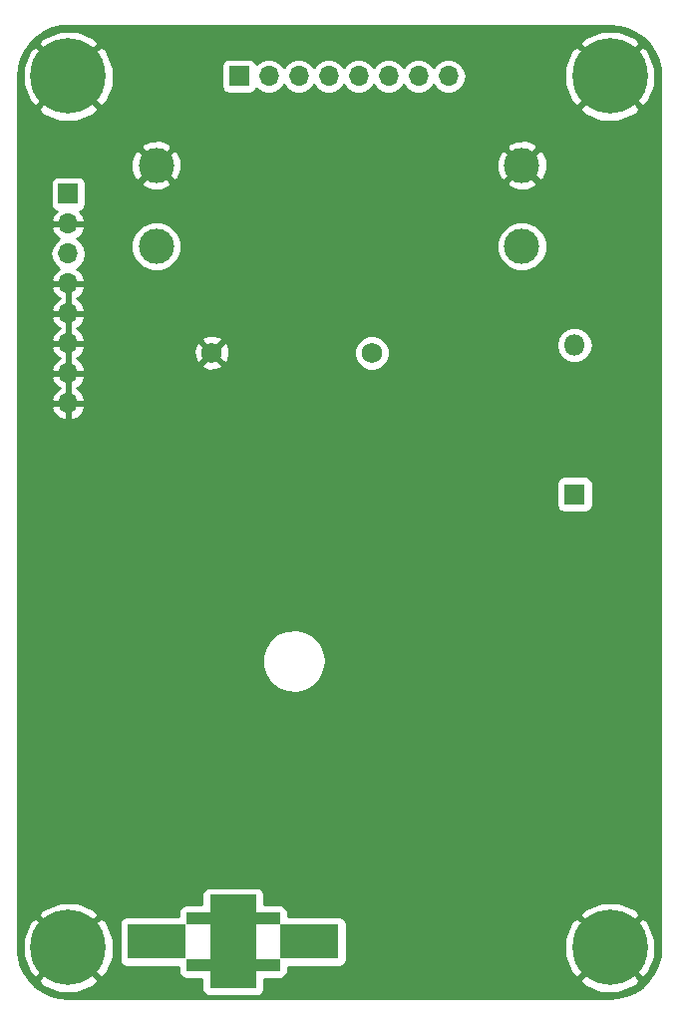
<source format=gbl>
%TF.GenerationSoftware,KiCad,Pcbnew,5.0.2+dfsg1-1*%
%TF.CreationDate,2022-04-10T03:47:20-07:00*%
%TF.ProjectId,keygame-batpack,6b657967-616d-4652-9d62-61747061636b,rev?*%
%TF.SameCoordinates,Original*%
%TF.FileFunction,Copper,L2,Bot*%
%TF.FilePolarity,Positive*%
%FSLAX46Y46*%
G04 Gerber Fmt 4.6, Leading zero omitted, Abs format (unit mm)*
G04 Created by KiCad (PCBNEW 5.0.2+dfsg1-1) date Sun 10 Apr 2022 03:47:20 AM PDT*
%MOMM*%
%LPD*%
G01*
G04 APERTURE LIST*
%ADD10C,0.800000*%
%ADD11C,6.400000*%
%ADD12R,1.700000X1.700000*%
%ADD13O,1.700000X1.700000*%
%ADD14C,1.755000*%
%ADD15R,1.800000X1.800000*%
%ADD16O,1.800000X1.800000*%
%ADD17C,3.000000*%
%ADD18R,4.000000X8.000000*%
%ADD19R,8.000000X1.000000*%
%ADD20R,5.000000X3.000000*%
%ADD21C,0.254000*%
G04 APERTURE END LIST*
D10*
X126137056Y-57962944D03*
X124440000Y-57260000D03*
X122742944Y-57962944D03*
X122040000Y-59660000D03*
X122742944Y-61357056D03*
X124440000Y-62060000D03*
X126137056Y-61357056D03*
X126840000Y-59660000D03*
D11*
X124440000Y-59660000D03*
X170440000Y-59660000D03*
D10*
X172840000Y-59660000D03*
X172137056Y-61357056D03*
X170440000Y-62060000D03*
X168742944Y-61357056D03*
X168040000Y-59660000D03*
X168742944Y-57962944D03*
X170440000Y-57260000D03*
X172137056Y-57962944D03*
X126137056Y-131962944D03*
X124440000Y-131260000D03*
X122742944Y-131962944D03*
X122040000Y-133660000D03*
X122742944Y-135357056D03*
X124440000Y-136060000D03*
X126137056Y-135357056D03*
X126840000Y-133660000D03*
D11*
X124440000Y-133660000D03*
X170440000Y-133660000D03*
D10*
X172840000Y-133660000D03*
X172137056Y-135357056D03*
X170440000Y-136060000D03*
X168742944Y-135357056D03*
X168040000Y-133660000D03*
X168742944Y-131962944D03*
X170440000Y-131260000D03*
X172137056Y-131962944D03*
D12*
X138940000Y-59660000D03*
D13*
X141480000Y-59660000D03*
X144020000Y-59660000D03*
X146560000Y-59660000D03*
X149100000Y-59660000D03*
X151640000Y-59660000D03*
X154180000Y-59660000D03*
X156720000Y-59660000D03*
D12*
X124440000Y-69660000D03*
D13*
X124440000Y-72200000D03*
X124440000Y-74740000D03*
X124440000Y-77280000D03*
X124440000Y-79820000D03*
X124440000Y-82360000D03*
X124440000Y-84900000D03*
X124440000Y-87440000D03*
D14*
X150210000Y-83140000D03*
X136620000Y-83140000D03*
D15*
X167440000Y-95160000D03*
D16*
X167440000Y-82460000D03*
D17*
X162970000Y-67220000D03*
X162970000Y-74100000D03*
X131910000Y-74100000D03*
X131910000Y-67220000D03*
D18*
X138440000Y-133160000D03*
D19*
X138440000Y-135160000D03*
X138440000Y-131160000D03*
D20*
X131940000Y-133160000D03*
X144940000Y-133160000D03*
D10*
X154700000Y-95410000D03*
D21*
G36*
X171199192Y-55440578D02*
X171934389Y-55641705D01*
X172622351Y-55969846D01*
X173241331Y-56414628D01*
X173771761Y-56961988D01*
X174196884Y-57594639D01*
X174503251Y-58292561D01*
X174682499Y-59039183D01*
X174730001Y-59686044D01*
X174730000Y-133628382D01*
X174659422Y-134419193D01*
X174458295Y-135154389D01*
X174130152Y-135842355D01*
X173685374Y-136461328D01*
X173138012Y-136991761D01*
X172505362Y-137416883D01*
X171807439Y-137723251D01*
X171060819Y-137902499D01*
X170413970Y-137950000D01*
X124471618Y-137950000D01*
X123680807Y-137879422D01*
X122945611Y-137678295D01*
X122257645Y-137350152D01*
X121638672Y-136905374D01*
X121149811Y-136400910D01*
X121878695Y-136400910D01*
X122245640Y-136896343D01*
X123651171Y-137489736D01*
X125176793Y-137500087D01*
X126590246Y-136925819D01*
X126634360Y-136896343D01*
X127001305Y-136400910D01*
X124440000Y-133839605D01*
X121878695Y-136400910D01*
X121149811Y-136400910D01*
X121108239Y-136358012D01*
X120683117Y-135725362D01*
X120376749Y-135027439D01*
X120225344Y-134396793D01*
X120599913Y-134396793D01*
X121174181Y-135810246D01*
X121203657Y-135854360D01*
X121699090Y-136221305D01*
X124260395Y-133660000D01*
X124619605Y-133660000D01*
X127180910Y-136221305D01*
X127676343Y-135854360D01*
X128269736Y-134448829D01*
X128280087Y-132923207D01*
X127766863Y-131660000D01*
X128792560Y-131660000D01*
X128792560Y-134660000D01*
X128841843Y-134907765D01*
X128982191Y-135117809D01*
X129192235Y-135258157D01*
X129440000Y-135307440D01*
X133792560Y-135307440D01*
X133792560Y-135660000D01*
X133841843Y-135907765D01*
X133982191Y-136117809D01*
X134192235Y-136258157D01*
X134440000Y-136307440D01*
X135792560Y-136307440D01*
X135792560Y-137160000D01*
X135841843Y-137407765D01*
X135982191Y-137617809D01*
X136192235Y-137758157D01*
X136440000Y-137807440D01*
X140440000Y-137807440D01*
X140687765Y-137758157D01*
X140897809Y-137617809D01*
X141038157Y-137407765D01*
X141087440Y-137160000D01*
X141087440Y-136400910D01*
X167878695Y-136400910D01*
X168245640Y-136896343D01*
X169651171Y-137489736D01*
X171176793Y-137500087D01*
X172590246Y-136925819D01*
X172634360Y-136896343D01*
X173001305Y-136400910D01*
X170440000Y-133839605D01*
X167878695Y-136400910D01*
X141087440Y-136400910D01*
X141087440Y-136307440D01*
X142440000Y-136307440D01*
X142687765Y-136258157D01*
X142897809Y-136117809D01*
X143038157Y-135907765D01*
X143087440Y-135660000D01*
X143087440Y-135307440D01*
X147440000Y-135307440D01*
X147687765Y-135258157D01*
X147897809Y-135117809D01*
X148038157Y-134907765D01*
X148087440Y-134660000D01*
X148087440Y-134396793D01*
X166599913Y-134396793D01*
X167174181Y-135810246D01*
X167203657Y-135854360D01*
X167699090Y-136221305D01*
X170260395Y-133660000D01*
X170619605Y-133660000D01*
X173180910Y-136221305D01*
X173676343Y-135854360D01*
X174269736Y-134448829D01*
X174280087Y-132923207D01*
X173705819Y-131509754D01*
X173676343Y-131465640D01*
X173180910Y-131098695D01*
X170619605Y-133660000D01*
X170260395Y-133660000D01*
X167699090Y-131098695D01*
X167203657Y-131465640D01*
X166610264Y-132871171D01*
X166599913Y-134396793D01*
X148087440Y-134396793D01*
X148087440Y-131660000D01*
X148038157Y-131412235D01*
X147897809Y-131202191D01*
X147687765Y-131061843D01*
X147440000Y-131012560D01*
X143087440Y-131012560D01*
X143087440Y-130919090D01*
X167878695Y-130919090D01*
X170440000Y-133480395D01*
X173001305Y-130919090D01*
X172634360Y-130423657D01*
X171228829Y-129830264D01*
X169703207Y-129819913D01*
X168289754Y-130394181D01*
X168245640Y-130423657D01*
X167878695Y-130919090D01*
X143087440Y-130919090D01*
X143087440Y-130660000D01*
X143038157Y-130412235D01*
X142897809Y-130202191D01*
X142687765Y-130061843D01*
X142440000Y-130012560D01*
X141087440Y-130012560D01*
X141087440Y-129160000D01*
X141038157Y-128912235D01*
X140897809Y-128702191D01*
X140687765Y-128561843D01*
X140440000Y-128512560D01*
X136440000Y-128512560D01*
X136192235Y-128561843D01*
X135982191Y-128702191D01*
X135841843Y-128912235D01*
X135792560Y-129160000D01*
X135792560Y-130012560D01*
X134440000Y-130012560D01*
X134192235Y-130061843D01*
X133982191Y-130202191D01*
X133841843Y-130412235D01*
X133792560Y-130660000D01*
X133792560Y-131012560D01*
X129440000Y-131012560D01*
X129192235Y-131061843D01*
X128982191Y-131202191D01*
X128841843Y-131412235D01*
X128792560Y-131660000D01*
X127766863Y-131660000D01*
X127705819Y-131509754D01*
X127676343Y-131465640D01*
X127180910Y-131098695D01*
X124619605Y-133660000D01*
X124260395Y-133660000D01*
X121699090Y-131098695D01*
X121203657Y-131465640D01*
X120610264Y-132871171D01*
X120599913Y-134396793D01*
X120225344Y-134396793D01*
X120197501Y-134280819D01*
X120150000Y-133633970D01*
X120150000Y-130919090D01*
X121878695Y-130919090D01*
X124440000Y-133480395D01*
X127001305Y-130919090D01*
X126634360Y-130423657D01*
X125228829Y-129830264D01*
X123703207Y-129819913D01*
X122289754Y-130394181D01*
X122245640Y-130423657D01*
X121878695Y-130919090D01*
X120150000Y-130919090D01*
X120150000Y-108928471D01*
X140909238Y-108928471D01*
X140915561Y-109733589D01*
X141158342Y-110501257D01*
X141616116Y-111163600D01*
X142248409Y-111662060D01*
X142999317Y-111952564D01*
X143802450Y-112009429D01*
X144586799Y-111827626D01*
X145283017Y-111423231D01*
X145829549Y-110831996D01*
X146178073Y-110106195D01*
X146297776Y-109310000D01*
X146297442Y-109267468D01*
X146165248Y-108473251D01*
X145805366Y-107753015D01*
X145249615Y-107170437D01*
X144547131Y-106777027D01*
X143760023Y-106607567D01*
X142957882Y-106677040D01*
X142211630Y-106979303D01*
X141587245Y-107487633D01*
X141139931Y-108157085D01*
X140909238Y-108928471D01*
X120150000Y-108928471D01*
X120150000Y-94260000D01*
X165892560Y-94260000D01*
X165892560Y-96060000D01*
X165941843Y-96307765D01*
X166082191Y-96517809D01*
X166292235Y-96658157D01*
X166540000Y-96707440D01*
X168340000Y-96707440D01*
X168587765Y-96658157D01*
X168797809Y-96517809D01*
X168938157Y-96307765D01*
X168987440Y-96060000D01*
X168987440Y-94260000D01*
X168938157Y-94012235D01*
X168797809Y-93802191D01*
X168587765Y-93661843D01*
X168340000Y-93612560D01*
X166540000Y-93612560D01*
X166292235Y-93661843D01*
X166082191Y-93802191D01*
X165941843Y-94012235D01*
X165892560Y-94260000D01*
X120150000Y-94260000D01*
X120150000Y-87796890D01*
X122998524Y-87796890D01*
X123168355Y-88206924D01*
X123558642Y-88635183D01*
X124083108Y-88881486D01*
X124313000Y-88760819D01*
X124313000Y-87567000D01*
X124567000Y-87567000D01*
X124567000Y-88760819D01*
X124796892Y-88881486D01*
X125321358Y-88635183D01*
X125711645Y-88206924D01*
X125881476Y-87796890D01*
X125760155Y-87567000D01*
X124567000Y-87567000D01*
X124313000Y-87567000D01*
X123119845Y-87567000D01*
X122998524Y-87796890D01*
X120150000Y-87796890D01*
X120150000Y-85256890D01*
X122998524Y-85256890D01*
X123168355Y-85666924D01*
X123558642Y-86095183D01*
X123717954Y-86170000D01*
X123558642Y-86244817D01*
X123168355Y-86673076D01*
X122998524Y-87083110D01*
X123119845Y-87313000D01*
X124313000Y-87313000D01*
X124313000Y-85027000D01*
X124567000Y-85027000D01*
X124567000Y-87313000D01*
X125760155Y-87313000D01*
X125881476Y-87083110D01*
X125711645Y-86673076D01*
X125321358Y-86244817D01*
X125162046Y-86170000D01*
X125321358Y-86095183D01*
X125711645Y-85666924D01*
X125881476Y-85256890D01*
X125760155Y-85027000D01*
X124567000Y-85027000D01*
X124313000Y-85027000D01*
X123119845Y-85027000D01*
X122998524Y-85256890D01*
X120150000Y-85256890D01*
X120150000Y-82716890D01*
X122998524Y-82716890D01*
X123168355Y-83126924D01*
X123558642Y-83555183D01*
X123717954Y-83630000D01*
X123558642Y-83704817D01*
X123168355Y-84133076D01*
X122998524Y-84543110D01*
X123119845Y-84773000D01*
X124313000Y-84773000D01*
X124313000Y-82487000D01*
X124567000Y-82487000D01*
X124567000Y-84773000D01*
X125760155Y-84773000D01*
X125881476Y-84543110D01*
X125740967Y-84203870D01*
X135735735Y-84203870D01*
X135819382Y-84458022D01*
X136384711Y-84664077D01*
X136985861Y-84638105D01*
X137420618Y-84458022D01*
X137504265Y-84203870D01*
X136620000Y-83319605D01*
X135735735Y-84203870D01*
X125740967Y-84203870D01*
X125711645Y-84133076D01*
X125321358Y-83704817D01*
X125162046Y-83630000D01*
X125321358Y-83555183D01*
X125711645Y-83126924D01*
X125803682Y-82904711D01*
X135095923Y-82904711D01*
X135121895Y-83505861D01*
X135301978Y-83940618D01*
X135556130Y-84024265D01*
X136440395Y-83140000D01*
X136799605Y-83140000D01*
X137683870Y-84024265D01*
X137938022Y-83940618D01*
X138144077Y-83375289D01*
X138120914Y-82839145D01*
X148697500Y-82839145D01*
X148697500Y-83440855D01*
X148927764Y-83996763D01*
X149353237Y-84422236D01*
X149909145Y-84652500D01*
X150510855Y-84652500D01*
X151066763Y-84422236D01*
X151492236Y-83996763D01*
X151722500Y-83440855D01*
X151722500Y-82839145D01*
X151565454Y-82460000D01*
X165874928Y-82460000D01*
X165994062Y-83058927D01*
X166333327Y-83566673D01*
X166841073Y-83905938D01*
X167288818Y-83995000D01*
X167591182Y-83995000D01*
X168038927Y-83905938D01*
X168546673Y-83566673D01*
X168885938Y-83058927D01*
X169005072Y-82460000D01*
X168885938Y-81861073D01*
X168546673Y-81353327D01*
X168038927Y-81014062D01*
X167591182Y-80925000D01*
X167288818Y-80925000D01*
X166841073Y-81014062D01*
X166333327Y-81353327D01*
X165994062Y-81861073D01*
X165874928Y-82460000D01*
X151565454Y-82460000D01*
X151492236Y-82283237D01*
X151066763Y-81857764D01*
X150510855Y-81627500D01*
X149909145Y-81627500D01*
X149353237Y-81857764D01*
X148927764Y-82283237D01*
X148697500Y-82839145D01*
X138120914Y-82839145D01*
X138118105Y-82774139D01*
X137938022Y-82339382D01*
X137683870Y-82255735D01*
X136799605Y-83140000D01*
X136440395Y-83140000D01*
X135556130Y-82255735D01*
X135301978Y-82339382D01*
X135095923Y-82904711D01*
X125803682Y-82904711D01*
X125881476Y-82716890D01*
X125760155Y-82487000D01*
X124567000Y-82487000D01*
X124313000Y-82487000D01*
X123119845Y-82487000D01*
X122998524Y-82716890D01*
X120150000Y-82716890D01*
X120150000Y-80176890D01*
X122998524Y-80176890D01*
X123168355Y-80586924D01*
X123558642Y-81015183D01*
X123717954Y-81090000D01*
X123558642Y-81164817D01*
X123168355Y-81593076D01*
X122998524Y-82003110D01*
X123119845Y-82233000D01*
X124313000Y-82233000D01*
X124313000Y-79947000D01*
X124567000Y-79947000D01*
X124567000Y-82233000D01*
X125760155Y-82233000D01*
X125842940Y-82076130D01*
X135735735Y-82076130D01*
X136620000Y-82960395D01*
X137504265Y-82076130D01*
X137420618Y-81821978D01*
X136855289Y-81615923D01*
X136254139Y-81641895D01*
X135819382Y-81821978D01*
X135735735Y-82076130D01*
X125842940Y-82076130D01*
X125881476Y-82003110D01*
X125711645Y-81593076D01*
X125321358Y-81164817D01*
X125162046Y-81090000D01*
X125321358Y-81015183D01*
X125711645Y-80586924D01*
X125881476Y-80176890D01*
X125760155Y-79947000D01*
X124567000Y-79947000D01*
X124313000Y-79947000D01*
X123119845Y-79947000D01*
X122998524Y-80176890D01*
X120150000Y-80176890D01*
X120150000Y-77636890D01*
X122998524Y-77636890D01*
X123168355Y-78046924D01*
X123558642Y-78475183D01*
X123717954Y-78550000D01*
X123558642Y-78624817D01*
X123168355Y-79053076D01*
X122998524Y-79463110D01*
X123119845Y-79693000D01*
X124313000Y-79693000D01*
X124313000Y-77407000D01*
X124567000Y-77407000D01*
X124567000Y-79693000D01*
X125760155Y-79693000D01*
X125881476Y-79463110D01*
X125711645Y-79053076D01*
X125321358Y-78624817D01*
X125162046Y-78550000D01*
X125321358Y-78475183D01*
X125711645Y-78046924D01*
X125881476Y-77636890D01*
X125760155Y-77407000D01*
X124567000Y-77407000D01*
X124313000Y-77407000D01*
X123119845Y-77407000D01*
X122998524Y-77636890D01*
X120150000Y-77636890D01*
X120150000Y-74740000D01*
X122925908Y-74740000D01*
X123041161Y-75319418D01*
X123369375Y-75810625D01*
X123688478Y-76023843D01*
X123558642Y-76084817D01*
X123168355Y-76513076D01*
X122998524Y-76923110D01*
X123119845Y-77153000D01*
X124313000Y-77153000D01*
X124313000Y-77133000D01*
X124567000Y-77133000D01*
X124567000Y-77153000D01*
X125760155Y-77153000D01*
X125881476Y-76923110D01*
X125711645Y-76513076D01*
X125321358Y-76084817D01*
X125191522Y-76023843D01*
X125510625Y-75810625D01*
X125838839Y-75319418D01*
X125954092Y-74740000D01*
X125838839Y-74160582D01*
X125514599Y-73675322D01*
X129775000Y-73675322D01*
X129775000Y-74524678D01*
X130100034Y-75309380D01*
X130700620Y-75909966D01*
X131485322Y-76235000D01*
X132334678Y-76235000D01*
X133119380Y-75909966D01*
X133719966Y-75309380D01*
X134045000Y-74524678D01*
X134045000Y-73675322D01*
X160835000Y-73675322D01*
X160835000Y-74524678D01*
X161160034Y-75309380D01*
X161760620Y-75909966D01*
X162545322Y-76235000D01*
X163394678Y-76235000D01*
X164179380Y-75909966D01*
X164779966Y-75309380D01*
X165105000Y-74524678D01*
X165105000Y-73675322D01*
X164779966Y-72890620D01*
X164179380Y-72290034D01*
X163394678Y-71965000D01*
X162545322Y-71965000D01*
X161760620Y-72290034D01*
X161160034Y-72890620D01*
X160835000Y-73675322D01*
X134045000Y-73675322D01*
X133719966Y-72890620D01*
X133119380Y-72290034D01*
X132334678Y-71965000D01*
X131485322Y-71965000D01*
X130700620Y-72290034D01*
X130100034Y-72890620D01*
X129775000Y-73675322D01*
X125514599Y-73675322D01*
X125510625Y-73669375D01*
X125191522Y-73456157D01*
X125321358Y-73395183D01*
X125711645Y-72966924D01*
X125881476Y-72556890D01*
X125760155Y-72327000D01*
X124567000Y-72327000D01*
X124567000Y-72347000D01*
X124313000Y-72347000D01*
X124313000Y-72327000D01*
X123119845Y-72327000D01*
X122998524Y-72556890D01*
X123168355Y-72966924D01*
X123558642Y-73395183D01*
X123688478Y-73456157D01*
X123369375Y-73669375D01*
X123041161Y-74160582D01*
X122925908Y-74740000D01*
X120150000Y-74740000D01*
X120150000Y-68810000D01*
X122942560Y-68810000D01*
X122942560Y-70510000D01*
X122991843Y-70757765D01*
X123132191Y-70967809D01*
X123342235Y-71108157D01*
X123445708Y-71128739D01*
X123168355Y-71433076D01*
X122998524Y-71843110D01*
X123119845Y-72073000D01*
X124313000Y-72073000D01*
X124313000Y-72053000D01*
X124567000Y-72053000D01*
X124567000Y-72073000D01*
X125760155Y-72073000D01*
X125881476Y-71843110D01*
X125711645Y-71433076D01*
X125434292Y-71128739D01*
X125537765Y-71108157D01*
X125747809Y-70967809D01*
X125888157Y-70757765D01*
X125937440Y-70510000D01*
X125937440Y-68810000D01*
X125922317Y-68733970D01*
X130575635Y-68733970D01*
X130735418Y-69052739D01*
X131526187Y-69362723D01*
X132375387Y-69346497D01*
X133084582Y-69052739D01*
X133244365Y-68733970D01*
X161635635Y-68733970D01*
X161795418Y-69052739D01*
X162586187Y-69362723D01*
X163435387Y-69346497D01*
X164144582Y-69052739D01*
X164304365Y-68733970D01*
X162970000Y-67399605D01*
X161635635Y-68733970D01*
X133244365Y-68733970D01*
X131910000Y-67399605D01*
X130575635Y-68733970D01*
X125922317Y-68733970D01*
X125888157Y-68562235D01*
X125747809Y-68352191D01*
X125537765Y-68211843D01*
X125290000Y-68162560D01*
X123590000Y-68162560D01*
X123342235Y-68211843D01*
X123132191Y-68352191D01*
X122991843Y-68562235D01*
X122942560Y-68810000D01*
X120150000Y-68810000D01*
X120150000Y-66836187D01*
X129767277Y-66836187D01*
X129783503Y-67685387D01*
X130077261Y-68394582D01*
X130396030Y-68554365D01*
X131730395Y-67220000D01*
X132089605Y-67220000D01*
X133423970Y-68554365D01*
X133742739Y-68394582D01*
X134052723Y-67603813D01*
X134038056Y-66836187D01*
X160827277Y-66836187D01*
X160843503Y-67685387D01*
X161137261Y-68394582D01*
X161456030Y-68554365D01*
X162790395Y-67220000D01*
X163149605Y-67220000D01*
X164483970Y-68554365D01*
X164802739Y-68394582D01*
X165112723Y-67603813D01*
X165096497Y-66754613D01*
X164802739Y-66045418D01*
X164483970Y-65885635D01*
X163149605Y-67220000D01*
X162790395Y-67220000D01*
X161456030Y-65885635D01*
X161137261Y-66045418D01*
X160827277Y-66836187D01*
X134038056Y-66836187D01*
X134036497Y-66754613D01*
X133742739Y-66045418D01*
X133423970Y-65885635D01*
X132089605Y-67220000D01*
X131730395Y-67220000D01*
X130396030Y-65885635D01*
X130077261Y-66045418D01*
X129767277Y-66836187D01*
X120150000Y-66836187D01*
X120150000Y-65706030D01*
X130575635Y-65706030D01*
X131910000Y-67040395D01*
X133244365Y-65706030D01*
X161635635Y-65706030D01*
X162970000Y-67040395D01*
X164304365Y-65706030D01*
X164144582Y-65387261D01*
X163353813Y-65077277D01*
X162504613Y-65093503D01*
X161795418Y-65387261D01*
X161635635Y-65706030D01*
X133244365Y-65706030D01*
X133084582Y-65387261D01*
X132293813Y-65077277D01*
X131444613Y-65093503D01*
X130735418Y-65387261D01*
X130575635Y-65706030D01*
X120150000Y-65706030D01*
X120150000Y-62400910D01*
X121878695Y-62400910D01*
X122245640Y-62896343D01*
X123651171Y-63489736D01*
X125176793Y-63500087D01*
X126590246Y-62925819D01*
X126634360Y-62896343D01*
X127001305Y-62400910D01*
X167878695Y-62400910D01*
X168245640Y-62896343D01*
X169651171Y-63489736D01*
X171176793Y-63500087D01*
X172590246Y-62925819D01*
X172634360Y-62896343D01*
X173001305Y-62400910D01*
X170440000Y-59839605D01*
X167878695Y-62400910D01*
X127001305Y-62400910D01*
X124440000Y-59839605D01*
X121878695Y-62400910D01*
X120150000Y-62400910D01*
X120150000Y-60396793D01*
X120599913Y-60396793D01*
X121174181Y-61810246D01*
X121203657Y-61854360D01*
X121699090Y-62221305D01*
X124260395Y-59660000D01*
X124619605Y-59660000D01*
X127180910Y-62221305D01*
X127676343Y-61854360D01*
X128269736Y-60448829D01*
X128280087Y-58923207D01*
X128234093Y-58810000D01*
X137442560Y-58810000D01*
X137442560Y-60510000D01*
X137491843Y-60757765D01*
X137632191Y-60967809D01*
X137842235Y-61108157D01*
X138090000Y-61157440D01*
X139790000Y-61157440D01*
X140037765Y-61108157D01*
X140247809Y-60967809D01*
X140388157Y-60757765D01*
X140397184Y-60712381D01*
X140409375Y-60730625D01*
X140900582Y-61058839D01*
X141333744Y-61145000D01*
X141626256Y-61145000D01*
X142059418Y-61058839D01*
X142550625Y-60730625D01*
X142750000Y-60432239D01*
X142949375Y-60730625D01*
X143440582Y-61058839D01*
X143873744Y-61145000D01*
X144166256Y-61145000D01*
X144599418Y-61058839D01*
X145090625Y-60730625D01*
X145290000Y-60432239D01*
X145489375Y-60730625D01*
X145980582Y-61058839D01*
X146413744Y-61145000D01*
X146706256Y-61145000D01*
X147139418Y-61058839D01*
X147630625Y-60730625D01*
X147830000Y-60432239D01*
X148029375Y-60730625D01*
X148520582Y-61058839D01*
X148953744Y-61145000D01*
X149246256Y-61145000D01*
X149679418Y-61058839D01*
X150170625Y-60730625D01*
X150370000Y-60432239D01*
X150569375Y-60730625D01*
X151060582Y-61058839D01*
X151493744Y-61145000D01*
X151786256Y-61145000D01*
X152219418Y-61058839D01*
X152710625Y-60730625D01*
X152910000Y-60432239D01*
X153109375Y-60730625D01*
X153600582Y-61058839D01*
X154033744Y-61145000D01*
X154326256Y-61145000D01*
X154759418Y-61058839D01*
X155250625Y-60730625D01*
X155450000Y-60432239D01*
X155649375Y-60730625D01*
X156140582Y-61058839D01*
X156573744Y-61145000D01*
X156866256Y-61145000D01*
X157299418Y-61058839D01*
X157790625Y-60730625D01*
X158013684Y-60396793D01*
X166599913Y-60396793D01*
X167174181Y-61810246D01*
X167203657Y-61854360D01*
X167699090Y-62221305D01*
X170260395Y-59660000D01*
X170619605Y-59660000D01*
X173180910Y-62221305D01*
X173676343Y-61854360D01*
X174269736Y-60448829D01*
X174280087Y-58923207D01*
X173705819Y-57509754D01*
X173676343Y-57465640D01*
X173180910Y-57098695D01*
X170619605Y-59660000D01*
X170260395Y-59660000D01*
X167699090Y-57098695D01*
X167203657Y-57465640D01*
X166610264Y-58871171D01*
X166599913Y-60396793D01*
X158013684Y-60396793D01*
X158118839Y-60239418D01*
X158234092Y-59660000D01*
X158118839Y-59080582D01*
X157790625Y-58589375D01*
X157299418Y-58261161D01*
X156866256Y-58175000D01*
X156573744Y-58175000D01*
X156140582Y-58261161D01*
X155649375Y-58589375D01*
X155450000Y-58887761D01*
X155250625Y-58589375D01*
X154759418Y-58261161D01*
X154326256Y-58175000D01*
X154033744Y-58175000D01*
X153600582Y-58261161D01*
X153109375Y-58589375D01*
X152910000Y-58887761D01*
X152710625Y-58589375D01*
X152219418Y-58261161D01*
X151786256Y-58175000D01*
X151493744Y-58175000D01*
X151060582Y-58261161D01*
X150569375Y-58589375D01*
X150370000Y-58887761D01*
X150170625Y-58589375D01*
X149679418Y-58261161D01*
X149246256Y-58175000D01*
X148953744Y-58175000D01*
X148520582Y-58261161D01*
X148029375Y-58589375D01*
X147830000Y-58887761D01*
X147630625Y-58589375D01*
X147139418Y-58261161D01*
X146706256Y-58175000D01*
X146413744Y-58175000D01*
X145980582Y-58261161D01*
X145489375Y-58589375D01*
X145290000Y-58887761D01*
X145090625Y-58589375D01*
X144599418Y-58261161D01*
X144166256Y-58175000D01*
X143873744Y-58175000D01*
X143440582Y-58261161D01*
X142949375Y-58589375D01*
X142750000Y-58887761D01*
X142550625Y-58589375D01*
X142059418Y-58261161D01*
X141626256Y-58175000D01*
X141333744Y-58175000D01*
X140900582Y-58261161D01*
X140409375Y-58589375D01*
X140397184Y-58607619D01*
X140388157Y-58562235D01*
X140247809Y-58352191D01*
X140037765Y-58211843D01*
X139790000Y-58162560D01*
X138090000Y-58162560D01*
X137842235Y-58211843D01*
X137632191Y-58352191D01*
X137491843Y-58562235D01*
X137442560Y-58810000D01*
X128234093Y-58810000D01*
X127705819Y-57509754D01*
X127676343Y-57465640D01*
X127180910Y-57098695D01*
X124619605Y-59660000D01*
X124260395Y-59660000D01*
X121699090Y-57098695D01*
X121203657Y-57465640D01*
X120610264Y-58871171D01*
X120599913Y-60396793D01*
X120150000Y-60396793D01*
X120150000Y-59691618D01*
X120220578Y-58900808D01*
X120421705Y-58165611D01*
X120749846Y-57477649D01*
X121151211Y-56919090D01*
X121878695Y-56919090D01*
X124440000Y-59480395D01*
X127001305Y-56919090D01*
X167878695Y-56919090D01*
X170440000Y-59480395D01*
X173001305Y-56919090D01*
X172634360Y-56423657D01*
X171228829Y-55830264D01*
X169703207Y-55819913D01*
X168289754Y-56394181D01*
X168245640Y-56423657D01*
X167878695Y-56919090D01*
X127001305Y-56919090D01*
X126634360Y-56423657D01*
X125228829Y-55830264D01*
X123703207Y-55819913D01*
X122289754Y-56394181D01*
X122245640Y-56423657D01*
X121878695Y-56919090D01*
X121151211Y-56919090D01*
X121194628Y-56858669D01*
X121741988Y-56328239D01*
X122374639Y-55903116D01*
X123072561Y-55596749D01*
X123819183Y-55417501D01*
X124466030Y-55370000D01*
X170408382Y-55370000D01*
X171199192Y-55440578D01*
X171199192Y-55440578D01*
G37*
X171199192Y-55440578D02*
X171934389Y-55641705D01*
X172622351Y-55969846D01*
X173241331Y-56414628D01*
X173771761Y-56961988D01*
X174196884Y-57594639D01*
X174503251Y-58292561D01*
X174682499Y-59039183D01*
X174730001Y-59686044D01*
X174730000Y-133628382D01*
X174659422Y-134419193D01*
X174458295Y-135154389D01*
X174130152Y-135842355D01*
X173685374Y-136461328D01*
X173138012Y-136991761D01*
X172505362Y-137416883D01*
X171807439Y-137723251D01*
X171060819Y-137902499D01*
X170413970Y-137950000D01*
X124471618Y-137950000D01*
X123680807Y-137879422D01*
X122945611Y-137678295D01*
X122257645Y-137350152D01*
X121638672Y-136905374D01*
X121149811Y-136400910D01*
X121878695Y-136400910D01*
X122245640Y-136896343D01*
X123651171Y-137489736D01*
X125176793Y-137500087D01*
X126590246Y-136925819D01*
X126634360Y-136896343D01*
X127001305Y-136400910D01*
X124440000Y-133839605D01*
X121878695Y-136400910D01*
X121149811Y-136400910D01*
X121108239Y-136358012D01*
X120683117Y-135725362D01*
X120376749Y-135027439D01*
X120225344Y-134396793D01*
X120599913Y-134396793D01*
X121174181Y-135810246D01*
X121203657Y-135854360D01*
X121699090Y-136221305D01*
X124260395Y-133660000D01*
X124619605Y-133660000D01*
X127180910Y-136221305D01*
X127676343Y-135854360D01*
X128269736Y-134448829D01*
X128280087Y-132923207D01*
X127766863Y-131660000D01*
X128792560Y-131660000D01*
X128792560Y-134660000D01*
X128841843Y-134907765D01*
X128982191Y-135117809D01*
X129192235Y-135258157D01*
X129440000Y-135307440D01*
X133792560Y-135307440D01*
X133792560Y-135660000D01*
X133841843Y-135907765D01*
X133982191Y-136117809D01*
X134192235Y-136258157D01*
X134440000Y-136307440D01*
X135792560Y-136307440D01*
X135792560Y-137160000D01*
X135841843Y-137407765D01*
X135982191Y-137617809D01*
X136192235Y-137758157D01*
X136440000Y-137807440D01*
X140440000Y-137807440D01*
X140687765Y-137758157D01*
X140897809Y-137617809D01*
X141038157Y-137407765D01*
X141087440Y-137160000D01*
X141087440Y-136400910D01*
X167878695Y-136400910D01*
X168245640Y-136896343D01*
X169651171Y-137489736D01*
X171176793Y-137500087D01*
X172590246Y-136925819D01*
X172634360Y-136896343D01*
X173001305Y-136400910D01*
X170440000Y-133839605D01*
X167878695Y-136400910D01*
X141087440Y-136400910D01*
X141087440Y-136307440D01*
X142440000Y-136307440D01*
X142687765Y-136258157D01*
X142897809Y-136117809D01*
X143038157Y-135907765D01*
X143087440Y-135660000D01*
X143087440Y-135307440D01*
X147440000Y-135307440D01*
X147687765Y-135258157D01*
X147897809Y-135117809D01*
X148038157Y-134907765D01*
X148087440Y-134660000D01*
X148087440Y-134396793D01*
X166599913Y-134396793D01*
X167174181Y-135810246D01*
X167203657Y-135854360D01*
X167699090Y-136221305D01*
X170260395Y-133660000D01*
X170619605Y-133660000D01*
X173180910Y-136221305D01*
X173676343Y-135854360D01*
X174269736Y-134448829D01*
X174280087Y-132923207D01*
X173705819Y-131509754D01*
X173676343Y-131465640D01*
X173180910Y-131098695D01*
X170619605Y-133660000D01*
X170260395Y-133660000D01*
X167699090Y-131098695D01*
X167203657Y-131465640D01*
X166610264Y-132871171D01*
X166599913Y-134396793D01*
X148087440Y-134396793D01*
X148087440Y-131660000D01*
X148038157Y-131412235D01*
X147897809Y-131202191D01*
X147687765Y-131061843D01*
X147440000Y-131012560D01*
X143087440Y-131012560D01*
X143087440Y-130919090D01*
X167878695Y-130919090D01*
X170440000Y-133480395D01*
X173001305Y-130919090D01*
X172634360Y-130423657D01*
X171228829Y-129830264D01*
X169703207Y-129819913D01*
X168289754Y-130394181D01*
X168245640Y-130423657D01*
X167878695Y-130919090D01*
X143087440Y-130919090D01*
X143087440Y-130660000D01*
X143038157Y-130412235D01*
X142897809Y-130202191D01*
X142687765Y-130061843D01*
X142440000Y-130012560D01*
X141087440Y-130012560D01*
X141087440Y-129160000D01*
X141038157Y-128912235D01*
X140897809Y-128702191D01*
X140687765Y-128561843D01*
X140440000Y-128512560D01*
X136440000Y-128512560D01*
X136192235Y-128561843D01*
X135982191Y-128702191D01*
X135841843Y-128912235D01*
X135792560Y-129160000D01*
X135792560Y-130012560D01*
X134440000Y-130012560D01*
X134192235Y-130061843D01*
X133982191Y-130202191D01*
X133841843Y-130412235D01*
X133792560Y-130660000D01*
X133792560Y-131012560D01*
X129440000Y-131012560D01*
X129192235Y-131061843D01*
X128982191Y-131202191D01*
X128841843Y-131412235D01*
X128792560Y-131660000D01*
X127766863Y-131660000D01*
X127705819Y-131509754D01*
X127676343Y-131465640D01*
X127180910Y-131098695D01*
X124619605Y-133660000D01*
X124260395Y-133660000D01*
X121699090Y-131098695D01*
X121203657Y-131465640D01*
X120610264Y-132871171D01*
X120599913Y-134396793D01*
X120225344Y-134396793D01*
X120197501Y-134280819D01*
X120150000Y-133633970D01*
X120150000Y-130919090D01*
X121878695Y-130919090D01*
X124440000Y-133480395D01*
X127001305Y-130919090D01*
X126634360Y-130423657D01*
X125228829Y-129830264D01*
X123703207Y-129819913D01*
X122289754Y-130394181D01*
X122245640Y-130423657D01*
X121878695Y-130919090D01*
X120150000Y-130919090D01*
X120150000Y-108928471D01*
X140909238Y-108928471D01*
X140915561Y-109733589D01*
X141158342Y-110501257D01*
X141616116Y-111163600D01*
X142248409Y-111662060D01*
X142999317Y-111952564D01*
X143802450Y-112009429D01*
X144586799Y-111827626D01*
X145283017Y-111423231D01*
X145829549Y-110831996D01*
X146178073Y-110106195D01*
X146297776Y-109310000D01*
X146297442Y-109267468D01*
X146165248Y-108473251D01*
X145805366Y-107753015D01*
X145249615Y-107170437D01*
X144547131Y-106777027D01*
X143760023Y-106607567D01*
X142957882Y-106677040D01*
X142211630Y-106979303D01*
X141587245Y-107487633D01*
X141139931Y-108157085D01*
X140909238Y-108928471D01*
X120150000Y-108928471D01*
X120150000Y-94260000D01*
X165892560Y-94260000D01*
X165892560Y-96060000D01*
X165941843Y-96307765D01*
X166082191Y-96517809D01*
X166292235Y-96658157D01*
X166540000Y-96707440D01*
X168340000Y-96707440D01*
X168587765Y-96658157D01*
X168797809Y-96517809D01*
X168938157Y-96307765D01*
X168987440Y-96060000D01*
X168987440Y-94260000D01*
X168938157Y-94012235D01*
X168797809Y-93802191D01*
X168587765Y-93661843D01*
X168340000Y-93612560D01*
X166540000Y-93612560D01*
X166292235Y-93661843D01*
X166082191Y-93802191D01*
X165941843Y-94012235D01*
X165892560Y-94260000D01*
X120150000Y-94260000D01*
X120150000Y-87796890D01*
X122998524Y-87796890D01*
X123168355Y-88206924D01*
X123558642Y-88635183D01*
X124083108Y-88881486D01*
X124313000Y-88760819D01*
X124313000Y-87567000D01*
X124567000Y-87567000D01*
X124567000Y-88760819D01*
X124796892Y-88881486D01*
X125321358Y-88635183D01*
X125711645Y-88206924D01*
X125881476Y-87796890D01*
X125760155Y-87567000D01*
X124567000Y-87567000D01*
X124313000Y-87567000D01*
X123119845Y-87567000D01*
X122998524Y-87796890D01*
X120150000Y-87796890D01*
X120150000Y-85256890D01*
X122998524Y-85256890D01*
X123168355Y-85666924D01*
X123558642Y-86095183D01*
X123717954Y-86170000D01*
X123558642Y-86244817D01*
X123168355Y-86673076D01*
X122998524Y-87083110D01*
X123119845Y-87313000D01*
X124313000Y-87313000D01*
X124313000Y-85027000D01*
X124567000Y-85027000D01*
X124567000Y-87313000D01*
X125760155Y-87313000D01*
X125881476Y-87083110D01*
X125711645Y-86673076D01*
X125321358Y-86244817D01*
X125162046Y-86170000D01*
X125321358Y-86095183D01*
X125711645Y-85666924D01*
X125881476Y-85256890D01*
X125760155Y-85027000D01*
X124567000Y-85027000D01*
X124313000Y-85027000D01*
X123119845Y-85027000D01*
X122998524Y-85256890D01*
X120150000Y-85256890D01*
X120150000Y-82716890D01*
X122998524Y-82716890D01*
X123168355Y-83126924D01*
X123558642Y-83555183D01*
X123717954Y-83630000D01*
X123558642Y-83704817D01*
X123168355Y-84133076D01*
X122998524Y-84543110D01*
X123119845Y-84773000D01*
X124313000Y-84773000D01*
X124313000Y-82487000D01*
X124567000Y-82487000D01*
X124567000Y-84773000D01*
X125760155Y-84773000D01*
X125881476Y-84543110D01*
X125740967Y-84203870D01*
X135735735Y-84203870D01*
X135819382Y-84458022D01*
X136384711Y-84664077D01*
X136985861Y-84638105D01*
X137420618Y-84458022D01*
X137504265Y-84203870D01*
X136620000Y-83319605D01*
X135735735Y-84203870D01*
X125740967Y-84203870D01*
X125711645Y-84133076D01*
X125321358Y-83704817D01*
X125162046Y-83630000D01*
X125321358Y-83555183D01*
X125711645Y-83126924D01*
X125803682Y-82904711D01*
X135095923Y-82904711D01*
X135121895Y-83505861D01*
X135301978Y-83940618D01*
X135556130Y-84024265D01*
X136440395Y-83140000D01*
X136799605Y-83140000D01*
X137683870Y-84024265D01*
X137938022Y-83940618D01*
X138144077Y-83375289D01*
X138120914Y-82839145D01*
X148697500Y-82839145D01*
X148697500Y-83440855D01*
X148927764Y-83996763D01*
X149353237Y-84422236D01*
X149909145Y-84652500D01*
X150510855Y-84652500D01*
X151066763Y-84422236D01*
X151492236Y-83996763D01*
X151722500Y-83440855D01*
X151722500Y-82839145D01*
X151565454Y-82460000D01*
X165874928Y-82460000D01*
X165994062Y-83058927D01*
X166333327Y-83566673D01*
X166841073Y-83905938D01*
X167288818Y-83995000D01*
X167591182Y-83995000D01*
X168038927Y-83905938D01*
X168546673Y-83566673D01*
X168885938Y-83058927D01*
X169005072Y-82460000D01*
X168885938Y-81861073D01*
X168546673Y-81353327D01*
X168038927Y-81014062D01*
X167591182Y-80925000D01*
X167288818Y-80925000D01*
X166841073Y-81014062D01*
X166333327Y-81353327D01*
X165994062Y-81861073D01*
X165874928Y-82460000D01*
X151565454Y-82460000D01*
X151492236Y-82283237D01*
X151066763Y-81857764D01*
X150510855Y-81627500D01*
X149909145Y-81627500D01*
X149353237Y-81857764D01*
X148927764Y-82283237D01*
X148697500Y-82839145D01*
X138120914Y-82839145D01*
X138118105Y-82774139D01*
X137938022Y-82339382D01*
X137683870Y-82255735D01*
X136799605Y-83140000D01*
X136440395Y-83140000D01*
X135556130Y-82255735D01*
X135301978Y-82339382D01*
X135095923Y-82904711D01*
X125803682Y-82904711D01*
X125881476Y-82716890D01*
X125760155Y-82487000D01*
X124567000Y-82487000D01*
X124313000Y-82487000D01*
X123119845Y-82487000D01*
X122998524Y-82716890D01*
X120150000Y-82716890D01*
X120150000Y-80176890D01*
X122998524Y-80176890D01*
X123168355Y-80586924D01*
X123558642Y-81015183D01*
X123717954Y-81090000D01*
X123558642Y-81164817D01*
X123168355Y-81593076D01*
X122998524Y-82003110D01*
X123119845Y-82233000D01*
X124313000Y-82233000D01*
X124313000Y-79947000D01*
X124567000Y-79947000D01*
X124567000Y-82233000D01*
X125760155Y-82233000D01*
X125842940Y-82076130D01*
X135735735Y-82076130D01*
X136620000Y-82960395D01*
X137504265Y-82076130D01*
X137420618Y-81821978D01*
X136855289Y-81615923D01*
X136254139Y-81641895D01*
X135819382Y-81821978D01*
X135735735Y-82076130D01*
X125842940Y-82076130D01*
X125881476Y-82003110D01*
X125711645Y-81593076D01*
X125321358Y-81164817D01*
X125162046Y-81090000D01*
X125321358Y-81015183D01*
X125711645Y-80586924D01*
X125881476Y-80176890D01*
X125760155Y-79947000D01*
X124567000Y-79947000D01*
X124313000Y-79947000D01*
X123119845Y-79947000D01*
X122998524Y-80176890D01*
X120150000Y-80176890D01*
X120150000Y-77636890D01*
X122998524Y-77636890D01*
X123168355Y-78046924D01*
X123558642Y-78475183D01*
X123717954Y-78550000D01*
X123558642Y-78624817D01*
X123168355Y-79053076D01*
X122998524Y-79463110D01*
X123119845Y-79693000D01*
X124313000Y-79693000D01*
X124313000Y-77407000D01*
X124567000Y-77407000D01*
X124567000Y-79693000D01*
X125760155Y-79693000D01*
X125881476Y-79463110D01*
X125711645Y-79053076D01*
X125321358Y-78624817D01*
X125162046Y-78550000D01*
X125321358Y-78475183D01*
X125711645Y-78046924D01*
X125881476Y-77636890D01*
X125760155Y-77407000D01*
X124567000Y-77407000D01*
X124313000Y-77407000D01*
X123119845Y-77407000D01*
X122998524Y-77636890D01*
X120150000Y-77636890D01*
X120150000Y-74740000D01*
X122925908Y-74740000D01*
X123041161Y-75319418D01*
X123369375Y-75810625D01*
X123688478Y-76023843D01*
X123558642Y-76084817D01*
X123168355Y-76513076D01*
X122998524Y-76923110D01*
X123119845Y-77153000D01*
X124313000Y-77153000D01*
X124313000Y-77133000D01*
X124567000Y-77133000D01*
X124567000Y-77153000D01*
X125760155Y-77153000D01*
X125881476Y-76923110D01*
X125711645Y-76513076D01*
X125321358Y-76084817D01*
X125191522Y-76023843D01*
X125510625Y-75810625D01*
X125838839Y-75319418D01*
X125954092Y-74740000D01*
X125838839Y-74160582D01*
X125514599Y-73675322D01*
X129775000Y-73675322D01*
X129775000Y-74524678D01*
X130100034Y-75309380D01*
X130700620Y-75909966D01*
X131485322Y-76235000D01*
X132334678Y-76235000D01*
X133119380Y-75909966D01*
X133719966Y-75309380D01*
X134045000Y-74524678D01*
X134045000Y-73675322D01*
X160835000Y-73675322D01*
X160835000Y-74524678D01*
X161160034Y-75309380D01*
X161760620Y-75909966D01*
X162545322Y-76235000D01*
X163394678Y-76235000D01*
X164179380Y-75909966D01*
X164779966Y-75309380D01*
X165105000Y-74524678D01*
X165105000Y-73675322D01*
X164779966Y-72890620D01*
X164179380Y-72290034D01*
X163394678Y-71965000D01*
X162545322Y-71965000D01*
X161760620Y-72290034D01*
X161160034Y-72890620D01*
X160835000Y-73675322D01*
X134045000Y-73675322D01*
X133719966Y-72890620D01*
X133119380Y-72290034D01*
X132334678Y-71965000D01*
X131485322Y-71965000D01*
X130700620Y-72290034D01*
X130100034Y-72890620D01*
X129775000Y-73675322D01*
X125514599Y-73675322D01*
X125510625Y-73669375D01*
X125191522Y-73456157D01*
X125321358Y-73395183D01*
X125711645Y-72966924D01*
X125881476Y-72556890D01*
X125760155Y-72327000D01*
X124567000Y-72327000D01*
X124567000Y-72347000D01*
X124313000Y-72347000D01*
X124313000Y-72327000D01*
X123119845Y-72327000D01*
X122998524Y-72556890D01*
X123168355Y-72966924D01*
X123558642Y-73395183D01*
X123688478Y-73456157D01*
X123369375Y-73669375D01*
X123041161Y-74160582D01*
X122925908Y-74740000D01*
X120150000Y-74740000D01*
X120150000Y-68810000D01*
X122942560Y-68810000D01*
X122942560Y-70510000D01*
X122991843Y-70757765D01*
X123132191Y-70967809D01*
X123342235Y-71108157D01*
X123445708Y-71128739D01*
X123168355Y-71433076D01*
X122998524Y-71843110D01*
X123119845Y-72073000D01*
X124313000Y-72073000D01*
X124313000Y-72053000D01*
X124567000Y-72053000D01*
X124567000Y-72073000D01*
X125760155Y-72073000D01*
X125881476Y-71843110D01*
X125711645Y-71433076D01*
X125434292Y-71128739D01*
X125537765Y-71108157D01*
X125747809Y-70967809D01*
X125888157Y-70757765D01*
X125937440Y-70510000D01*
X125937440Y-68810000D01*
X125922317Y-68733970D01*
X130575635Y-68733970D01*
X130735418Y-69052739D01*
X131526187Y-69362723D01*
X132375387Y-69346497D01*
X133084582Y-69052739D01*
X133244365Y-68733970D01*
X161635635Y-68733970D01*
X161795418Y-69052739D01*
X162586187Y-69362723D01*
X163435387Y-69346497D01*
X164144582Y-69052739D01*
X164304365Y-68733970D01*
X162970000Y-67399605D01*
X161635635Y-68733970D01*
X133244365Y-68733970D01*
X131910000Y-67399605D01*
X130575635Y-68733970D01*
X125922317Y-68733970D01*
X125888157Y-68562235D01*
X125747809Y-68352191D01*
X125537765Y-68211843D01*
X125290000Y-68162560D01*
X123590000Y-68162560D01*
X123342235Y-68211843D01*
X123132191Y-68352191D01*
X122991843Y-68562235D01*
X122942560Y-68810000D01*
X120150000Y-68810000D01*
X120150000Y-66836187D01*
X129767277Y-66836187D01*
X129783503Y-67685387D01*
X130077261Y-68394582D01*
X130396030Y-68554365D01*
X131730395Y-67220000D01*
X132089605Y-67220000D01*
X133423970Y-68554365D01*
X133742739Y-68394582D01*
X134052723Y-67603813D01*
X134038056Y-66836187D01*
X160827277Y-66836187D01*
X160843503Y-67685387D01*
X161137261Y-68394582D01*
X161456030Y-68554365D01*
X162790395Y-67220000D01*
X163149605Y-67220000D01*
X164483970Y-68554365D01*
X164802739Y-68394582D01*
X165112723Y-67603813D01*
X165096497Y-66754613D01*
X164802739Y-66045418D01*
X164483970Y-65885635D01*
X163149605Y-67220000D01*
X162790395Y-67220000D01*
X161456030Y-65885635D01*
X161137261Y-66045418D01*
X160827277Y-66836187D01*
X134038056Y-66836187D01*
X134036497Y-66754613D01*
X133742739Y-66045418D01*
X133423970Y-65885635D01*
X132089605Y-67220000D01*
X131730395Y-67220000D01*
X130396030Y-65885635D01*
X130077261Y-66045418D01*
X129767277Y-66836187D01*
X120150000Y-66836187D01*
X120150000Y-65706030D01*
X130575635Y-65706030D01*
X131910000Y-67040395D01*
X133244365Y-65706030D01*
X161635635Y-65706030D01*
X162970000Y-67040395D01*
X164304365Y-65706030D01*
X164144582Y-65387261D01*
X163353813Y-65077277D01*
X162504613Y-65093503D01*
X161795418Y-65387261D01*
X161635635Y-65706030D01*
X133244365Y-65706030D01*
X133084582Y-65387261D01*
X132293813Y-65077277D01*
X131444613Y-65093503D01*
X130735418Y-65387261D01*
X130575635Y-65706030D01*
X120150000Y-65706030D01*
X120150000Y-62400910D01*
X121878695Y-62400910D01*
X122245640Y-62896343D01*
X123651171Y-63489736D01*
X125176793Y-63500087D01*
X126590246Y-62925819D01*
X126634360Y-62896343D01*
X127001305Y-62400910D01*
X167878695Y-62400910D01*
X168245640Y-62896343D01*
X169651171Y-63489736D01*
X171176793Y-63500087D01*
X172590246Y-62925819D01*
X172634360Y-62896343D01*
X173001305Y-62400910D01*
X170440000Y-59839605D01*
X167878695Y-62400910D01*
X127001305Y-62400910D01*
X124440000Y-59839605D01*
X121878695Y-62400910D01*
X120150000Y-62400910D01*
X120150000Y-60396793D01*
X120599913Y-60396793D01*
X121174181Y-61810246D01*
X121203657Y-61854360D01*
X121699090Y-62221305D01*
X124260395Y-59660000D01*
X124619605Y-59660000D01*
X127180910Y-62221305D01*
X127676343Y-61854360D01*
X128269736Y-60448829D01*
X128280087Y-58923207D01*
X128234093Y-58810000D01*
X137442560Y-58810000D01*
X137442560Y-60510000D01*
X137491843Y-60757765D01*
X137632191Y-60967809D01*
X137842235Y-61108157D01*
X138090000Y-61157440D01*
X139790000Y-61157440D01*
X140037765Y-61108157D01*
X140247809Y-60967809D01*
X140388157Y-60757765D01*
X140397184Y-60712381D01*
X140409375Y-60730625D01*
X140900582Y-61058839D01*
X141333744Y-61145000D01*
X141626256Y-61145000D01*
X142059418Y-61058839D01*
X142550625Y-60730625D01*
X142750000Y-60432239D01*
X142949375Y-60730625D01*
X143440582Y-61058839D01*
X143873744Y-61145000D01*
X144166256Y-61145000D01*
X144599418Y-61058839D01*
X145090625Y-60730625D01*
X145290000Y-60432239D01*
X145489375Y-60730625D01*
X145980582Y-61058839D01*
X146413744Y-61145000D01*
X146706256Y-61145000D01*
X147139418Y-61058839D01*
X147630625Y-60730625D01*
X147830000Y-60432239D01*
X148029375Y-60730625D01*
X148520582Y-61058839D01*
X148953744Y-61145000D01*
X149246256Y-61145000D01*
X149679418Y-61058839D01*
X150170625Y-60730625D01*
X150370000Y-60432239D01*
X150569375Y-60730625D01*
X151060582Y-61058839D01*
X151493744Y-61145000D01*
X151786256Y-61145000D01*
X152219418Y-61058839D01*
X152710625Y-60730625D01*
X152910000Y-60432239D01*
X153109375Y-60730625D01*
X153600582Y-61058839D01*
X154033744Y-61145000D01*
X154326256Y-61145000D01*
X154759418Y-61058839D01*
X155250625Y-60730625D01*
X155450000Y-60432239D01*
X155649375Y-60730625D01*
X156140582Y-61058839D01*
X156573744Y-61145000D01*
X156866256Y-61145000D01*
X157299418Y-61058839D01*
X157790625Y-60730625D01*
X158013684Y-60396793D01*
X166599913Y-60396793D01*
X167174181Y-61810246D01*
X167203657Y-61854360D01*
X167699090Y-62221305D01*
X170260395Y-59660000D01*
X170619605Y-59660000D01*
X173180910Y-62221305D01*
X173676343Y-61854360D01*
X174269736Y-60448829D01*
X174280087Y-58923207D01*
X173705819Y-57509754D01*
X173676343Y-57465640D01*
X173180910Y-57098695D01*
X170619605Y-59660000D01*
X170260395Y-59660000D01*
X167699090Y-57098695D01*
X167203657Y-57465640D01*
X166610264Y-58871171D01*
X166599913Y-60396793D01*
X158013684Y-60396793D01*
X158118839Y-60239418D01*
X158234092Y-59660000D01*
X158118839Y-59080582D01*
X157790625Y-58589375D01*
X157299418Y-58261161D01*
X156866256Y-58175000D01*
X156573744Y-58175000D01*
X156140582Y-58261161D01*
X155649375Y-58589375D01*
X155450000Y-58887761D01*
X155250625Y-58589375D01*
X154759418Y-58261161D01*
X154326256Y-58175000D01*
X154033744Y-58175000D01*
X153600582Y-58261161D01*
X153109375Y-58589375D01*
X152910000Y-58887761D01*
X152710625Y-58589375D01*
X152219418Y-58261161D01*
X151786256Y-58175000D01*
X151493744Y-58175000D01*
X151060582Y-58261161D01*
X150569375Y-58589375D01*
X150370000Y-58887761D01*
X150170625Y-58589375D01*
X149679418Y-58261161D01*
X149246256Y-58175000D01*
X148953744Y-58175000D01*
X148520582Y-58261161D01*
X148029375Y-58589375D01*
X147830000Y-58887761D01*
X147630625Y-58589375D01*
X147139418Y-58261161D01*
X146706256Y-58175000D01*
X146413744Y-58175000D01*
X145980582Y-58261161D01*
X145489375Y-58589375D01*
X145290000Y-58887761D01*
X145090625Y-58589375D01*
X144599418Y-58261161D01*
X144166256Y-58175000D01*
X143873744Y-58175000D01*
X143440582Y-58261161D01*
X142949375Y-58589375D01*
X142750000Y-58887761D01*
X142550625Y-58589375D01*
X142059418Y-58261161D01*
X141626256Y-58175000D01*
X141333744Y-58175000D01*
X140900582Y-58261161D01*
X140409375Y-58589375D01*
X140397184Y-58607619D01*
X140388157Y-58562235D01*
X140247809Y-58352191D01*
X140037765Y-58211843D01*
X139790000Y-58162560D01*
X138090000Y-58162560D01*
X137842235Y-58211843D01*
X137632191Y-58352191D01*
X137491843Y-58562235D01*
X137442560Y-58810000D01*
X128234093Y-58810000D01*
X127705819Y-57509754D01*
X127676343Y-57465640D01*
X127180910Y-57098695D01*
X124619605Y-59660000D01*
X124260395Y-59660000D01*
X121699090Y-57098695D01*
X121203657Y-57465640D01*
X120610264Y-58871171D01*
X120599913Y-60396793D01*
X120150000Y-60396793D01*
X120150000Y-59691618D01*
X120220578Y-58900808D01*
X120421705Y-58165611D01*
X120749846Y-57477649D01*
X121151211Y-56919090D01*
X121878695Y-56919090D01*
X124440000Y-59480395D01*
X127001305Y-56919090D01*
X167878695Y-56919090D01*
X170440000Y-59480395D01*
X173001305Y-56919090D01*
X172634360Y-56423657D01*
X171228829Y-55830264D01*
X169703207Y-55819913D01*
X168289754Y-56394181D01*
X168245640Y-56423657D01*
X167878695Y-56919090D01*
X127001305Y-56919090D01*
X126634360Y-56423657D01*
X125228829Y-55830264D01*
X123703207Y-55819913D01*
X122289754Y-56394181D01*
X122245640Y-56423657D01*
X121878695Y-56919090D01*
X121151211Y-56919090D01*
X121194628Y-56858669D01*
X121741988Y-56328239D01*
X122374639Y-55903116D01*
X123072561Y-55596749D01*
X123819183Y-55417501D01*
X124466030Y-55370000D01*
X170408382Y-55370000D01*
X171199192Y-55440578D01*
M02*

</source>
